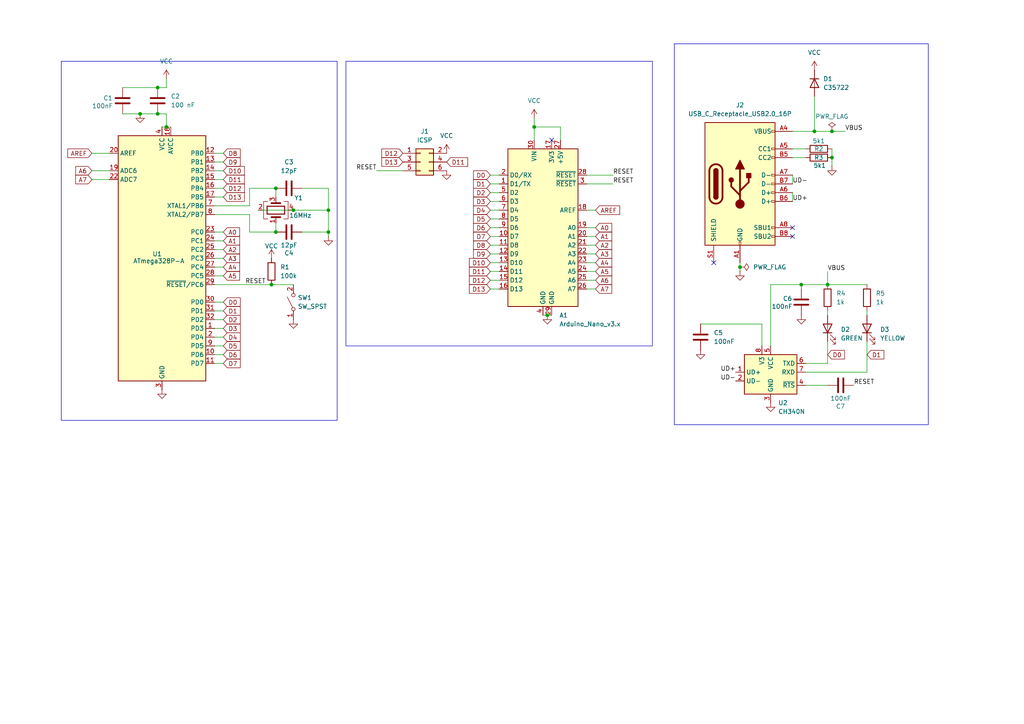
<source format=kicad_sch>
(kicad_sch (version 20231120) (generator "eeschema") (generator_version "8.0")
  (paper "A4")
  (lib_symbols
    (symbol "CH340N:CH340N"
      (property "Reference" "U3" (at 1.9559 -1.27 0))
      (property "Value" "CH340N" (at -8.89 -1.27 0))
      (symbol "CH340N_0_1"
        (rectangle (start -7.62 12.7) (end 7.62 1.27) (stroke (width 0.254)) (fill (type background)))
      )
      (symbol "CH340N_1_1"
        (pin bidirectional line (at -10.16 7.62 0) (length 2.54) (name "UD+") (number "1"))
        (pin bidirectional line (at -10.16 5.08 0) (length 2.54) (name "UD-") (number "2"))
        (pin power_in line (at 0 -1.27 90) (length 2.54) (name "GND") (number "3"))
        (pin output line (at 10.16 3.81 180) (length 2.54) (name "~{RTS}") (number "4"))
        (pin power_in line (at 0 15.24 270) (length 2.54) (name "VCC") (number "5"))
        (pin output line (at 10.16 10.16 180) (length 2.54) (name "TXD") (number "6"))
        (pin input line (at 10.16 7.62 180) (length 2.54) (name "RXD") (number "7"))
        (pin passive line (at -2.54 15.24 270) (length 2.54) (name "V3") (number "8"))
      )
    )
    (symbol "Connector:USB_C_Receptacle_USB2.0_16P" (pin_names (offset 1.016))
      (property "Reference" "J" (at 0 22.225 0))
      (property "Value" "USB_C_Receptacle_USB2.0_16P" (at 0 19.685 0))
      (symbol "USB_C_Receptacle_USB2.0_16P_0_0"
        (rectangle (start -0.254 -17.78) (end 0.254 -16.764))
        (rectangle (start 10.16 -14.986) (end 9.144 -15.494))
        (rectangle (start 10.16 -12.446) (end 9.144 -12.954))
        (rectangle (start 10.16 -4.826) (end 9.144 -5.334))
        (rectangle (start 10.16 -2.286) (end 9.144 -2.794))
        (rectangle (start 10.16 0.254) (end 9.144 -0.254))
        (rectangle (start 10.16 2.794) (end 9.144 2.286))
        (rectangle (start 10.16 7.874) (end 9.144 7.366))
        (rectangle (start 10.16 10.414) (end 9.144 9.906))
        (rectangle (start 10.16 15.494) (end 9.144 14.986))
      )
      (symbol "USB_C_Receptacle_USB2.0_16P_0_1"
        (rectangle (start -10.16 17.78) (end 10.16 -17.78) (stroke (width 0.254)) (fill (type background)))
        (arc (start -8.89 -3.81) (mid -6.985 -5.7067) (end -5.08 -3.81) (stroke (width 0.508)))
        (arc (start -7.62 -3.81) (mid -6.985 -4.4423) (end -6.35 -3.81) (stroke (width 0.254)))
        (arc (start -7.62 -3.81) (mid -6.985 -4.4423) (end -6.35 -3.81) (stroke (width 0.254)) (fill (type outline)))
        (rectangle (start -7.62 -3.81) (end -6.35 3.81) (stroke (width 0.254)) (fill (type outline)))
        (arc (start -6.35 3.81) (mid -6.985 4.4423) (end -7.62 3.81) (stroke (width 0.254)))
        (arc (start -6.35 3.81) (mid -6.985 4.4423) (end -7.62 3.81) (stroke (width 0.254)) (fill (type outline)))
        (arc (start -5.08 3.81) (mid -6.985 5.7067) (end -8.89 3.81) (stroke (width 0.508)))
        (circle (center -2.54 1.143) (radius 0.635) (stroke (width 0.254)) (fill (type outline)))
        (circle (center 0 -5.842) (radius 1.27) (fill (type outline)))
        (polyline (pts (xy -8.89 -3.81) (xy -8.89 3.81)) (stroke (width 0.508)))
        (polyline (pts (xy -5.08 3.81) (xy -5.08 -3.81)) (stroke (width 0.508)))
        (polyline (pts (xy 0 -5.842) (xy 0 4.318)) (stroke (width 0.508)))
        (polyline (pts (xy 0 -3.302) (xy -2.54 -0.762) (xy -2.54 0.508)) (stroke (width 0.508)))
        (polyline (pts (xy 0 -2.032) (xy 2.54 0.508) (xy 2.54 1.778)) (stroke (width 0.508)))
        (polyline (pts (xy -1.27 4.318) (xy 0 6.858) (xy 1.27 4.318) (xy -1.27 4.318)) (stroke (width 0.254)) (fill (type outline)))
        (rectangle (start 1.905 1.778) (end 3.175 3.048) (stroke (width 0.254)) (fill (type outline)))
      )
      (symbol "USB_C_Receptacle_USB2.0_16P_1_1"
        (pin passive line (at 0 -22.86 90) (length 5.08) (name "GND") (number "A1"))
        (pin passive line (at 0 -22.86 90) (length 5.08) hide (name "GND") (number "A12"))
        (pin passive line (at 15.24 15.24 180) (length 5.08) (name "VBUS") (number "A4"))
        (pin bidirectional line (at 15.24 10.16 180) (length 5.08) (name "CC1") (number "A5"))
        (pin bidirectional line (at 15.24 -2.54 180) (length 5.08) (name "D+") (number "A6"))
        (pin bidirectional line (at 15.24 2.54 180) (length 5.08) (name "D-") (number "A7"))
        (pin bidirectional line (at 15.24 -12.7 180) (length 5.08) (name "SBU1") (number "A8"))
        (pin passive line (at 15.24 15.24 180) (length 5.08) hide (name "VBUS") (number "A9"))
        (pin passive line (at 0 -22.86 90) (length 5.08) hide (name "GND") (number "B1"))
        (pin passive line (at 0 -22.86 90) (length 5.08) hide (name "GND") (number "B12"))
        (pin passive line (at 15.24 15.24 180) (length 5.08) hide (name "VBUS") (number "B4"))
        (pin bidirectional line (at 15.24 7.62 180) (length 5.08) (name "CC2") (number "B5"))
        (pin bidirectional line (at 15.24 -5.08 180) (length 5.08) (name "D+") (number "B6"))
        (pin bidirectional line (at 15.24 0 180) (length 5.08) (name "D-") (number "B7"))
        (pin bidirectional line (at 15.24 -15.24 180) (length 5.08) (name "SBU2") (number "B8"))
        (pin passive line (at 15.24 15.24 180) (length 5.08) hide (name "VBUS") (number "B9"))
        (pin passive line (at -7.62 -22.86 90) (length 5.08) (name "SHIELD") (number "S1"))
      )
    )
    (symbol "Connector_Generic:Conn_02x03_Odd_Even" (pin_names (offset 1.016) hide)
      (property "Reference" "J" (at 1.27 5.08 0))
      (property "Value" "Conn_02x03_Odd_Even" (at 1.27 -5.08 0))
      (symbol "Conn_02x03_Odd_Even_1_1"
        (rectangle (start -1.27 -2.413) (end 0 -2.667) (stroke (width 0.1524)))
        (rectangle (start -1.27 0.127) (end 0 -0.127) (stroke (width 0.1524)))
        (rectangle (start -1.27 2.667) (end 0 2.413) (stroke (width 0.1524)))
        (rectangle (start -1.27 3.81) (end 3.81 -3.81) (stroke (width 0.254)) (fill (type background)))
        (rectangle (start 3.81 -2.413) (end 2.54 -2.667) (stroke (width 0.1524)))
        (rectangle (start 3.81 0.127) (end 2.54 -0.127) (stroke (width 0.1524)))
        (rectangle (start 3.81 2.667) (end 2.54 2.413) (stroke (width 0.1524)))
        (pin passive line (at -5.08 2.54 0) (length 3.81) (name "Pin_1") (number "1"))
        (pin passive line (at 7.62 2.54 180) (length 3.81) (name "Pin_2") (number "2"))
        (pin passive line (at -5.08 0 0) (length 3.81) (name "Pin_3") (number "3"))
        (pin passive line (at 7.62 0 180) (length 3.81) (name "Pin_4") (number "4"))
        (pin passive line (at -5.08 -2.54 0) (length 3.81) (name "Pin_5") (number "5"))
        (pin passive line (at 7.62 -2.54 180) (length 3.81) (name "Pin_6") (number "6"))
      )
    )
    (symbol "Device:C" (pin_numbers hide) (pin_names (offset 0.254))
      (property "Reference" "C" (at 0.635 2.54 0))
      (property "Value" "C" (at 0.635 -2.54 0))
      (symbol "C_0_1"
        (polyline (pts (xy -2.032 -0.762) (xy 2.032 -0.762)) (stroke (width 0.508)))
        (polyline (pts (xy -2.032 0.762) (xy 2.032 0.762)) (stroke (width 0.508)))
      )
      (symbol "C_1_1"
        (pin passive line (at 0 3.81 270) (length 2.794) (name "~") (number "1"))
        (pin passive line (at 0 -3.81 90) (length 2.794) (name "~") (number "2"))
      )
    )
    (symbol "Device:Crystal_GND24" (pin_names (offset 1.016) hide)
      (property "Reference" "Y" (at 3.175 5.08 0))
      (property "Value" "Crystal_GND24" (at 3.175 3.175 0))
      (symbol "Crystal_GND24_0_1"
        (rectangle (start -1.143 2.54) (end 1.143 -2.54) (stroke (width 0.3048)))
        (polyline (pts (xy -2.54 0) (xy -2.032 0)))
        (polyline (pts (xy -2.032 -1.27) (xy -2.032 1.27)) (stroke (width 0.508)))
        (polyline (pts (xy 0 -3.81) (xy 0 -3.556)))
        (polyline (pts (xy 0 3.556) (xy 0 3.81)))
        (polyline (pts (xy 2.032 -1.27) (xy 2.032 1.27)) (stroke (width 0.508)))
        (polyline (pts (xy 2.032 0) (xy 2.54 0)))
        (polyline (pts (xy -2.54 -2.286) (xy -2.54 -3.556) (xy 2.54 -3.556) (xy 2.54 -2.286)))
        (polyline (pts (xy -2.54 2.286) (xy -2.54 3.556) (xy 2.54 3.556) (xy 2.54 2.286)))
      )
      (symbol "Crystal_GND24_1_1"
        (pin passive line (at -3.81 0 0) (length 1.27) (name "1") (number "1"))
        (pin passive line (at 0 5.08 270) (length 1.27) (name "2") (number "2"))
        (pin passive line (at 3.81 0 180) (length 1.27) (name "3") (number "3"))
        (pin passive line (at 0 -5.08 90) (length 1.27) (name "4") (number "4"))
      )
    )
    (symbol "Device:D" (pin_numbers hide) (pin_names (offset 1.016) hide)
      (property "Reference" "D" (at 0 2.54 0))
      (property "Value" "D" (at 0 -2.54 0))
      (symbol "D_0_1"
        (polyline (pts (xy -1.27 1.27) (xy -1.27 -1.27)) (stroke (width 0.254)))
        (polyline (pts (xy 1.27 0) (xy -1.27 0)))
        (polyline (pts (xy 1.27 1.27) (xy 1.27 -1.27) (xy -1.27 0) (xy 1.27 1.27)) (stroke (width 0.254)))
      )
      (symbol "D_1_1"
        (pin passive line (at -3.81 0 0) (length 2.54) (name "K") (number "1"))
        (pin passive line (at 3.81 0 180) (length 2.54) (name "A") (number "2"))
      )
    )
    (symbol "Device:LED" (pin_numbers hide) (pin_names (offset 1.016) hide)
      (property "Reference" "D" (at 0 2.54 0))
      (property "Value" "LED" (at 0 -2.54 0))
      (symbol "LED_0_1"
        (polyline (pts (xy -1.27 -1.27) (xy -1.27 1.27)) (stroke (width 0.254)))
        (polyline (pts (xy -1.27 0) (xy 1.27 0)))
        (polyline (pts (xy 1.27 -1.27) (xy 1.27 1.27) (xy -1.27 0) (xy 1.27 -1.27)) (stroke (width 0.254)))
        (polyline (pts (xy -3.048 -0.762) (xy -4.572 -2.286) (xy -3.81 -2.286) (xy -4.572 -2.286) (xy -4.572 -1.524)))
        (polyline (pts (xy -1.778 -0.762) (xy -3.302 -2.286) (xy -2.54 -2.286) (xy -3.302 -2.286) (xy -3.302 -1.524)))
      )
      (symbol "LED_1_1"
        (pin passive line (at -3.81 0 0) (length 2.54) (name "K") (number "1"))
        (pin passive line (at 3.81 0 180) (length 2.54) (name "A") (number "2"))
      )
    )
    (symbol "Device:R" (pin_numbers hide) (pin_names (offset 0))
      (property "Reference" "R" (at 2.032 0 90))
      (property "Value" "R" (at 0 0 90))
      (symbol "R_0_1"
        (rectangle (start -1.016 -2.54) (end 1.016 2.54) (stroke (width 0.254)))
      )
      (symbol "R_1_1"
        (pin passive line (at 0 3.81 270) (length 1.27) (name "~") (number "1"))
        (pin passive line (at 0 -3.81 90) (length 1.27) (name "~") (number "2"))
      )
    )
    (symbol "MCU_Microchip_ATmega:ATmega328P-A"
      (property "Reference" "U" (at -12.7 36.83 0))
      (property "Value" "ATmega328P-A" (at 2.54 -36.83 0))
      (symbol "ATmega328P-A_0_1"
        (rectangle (start -12.7 -35.56) (end 12.7 35.56) (stroke (width 0.254)) (fill (type background)))
      )
      (symbol "ATmega328P-A_1_1"
        (pin bidirectional line (at 15.24 -20.32 180) (length 2.54) (name "PD3") (number "1"))
        (pin bidirectional line (at 15.24 -27.94 180) (length 2.54) (name "PD6") (number "10"))
        (pin bidirectional line (at 15.24 -30.48 180) (length 2.54) (name "PD7") (number "11"))
        (pin bidirectional line (at 15.24 30.48 180) (length 2.54) (name "PB0") (number "12"))
        (pin bidirectional line (at 15.24 27.94 180) (length 2.54) (name "PB1") (number "13"))
        (pin bidirectional line (at 15.24 25.4 180) (length 2.54) (name "PB2") (number "14"))
        (pin bidirectional line (at 15.24 22.86 180) (length 2.54) (name "PB3") (number "15"))
        (pin bidirectional line (at 15.24 20.32 180) (length 2.54) (name "PB4") (number "16"))
        (pin bidirectional line (at 15.24 17.78 180) (length 2.54) (name "PB5") (number "17"))
        (pin power_in line (at 2.54 38.1 270) (length 2.54) (name "AVCC") (number "18"))
        (pin input line (at -15.24 25.4 0) (length 2.54) (name "ADC6") (number "19"))
        (pin bidirectional line (at 15.24 -22.86 180) (length 2.54) (name "PD4") (number "2"))
        (pin passive line (at -15.24 30.48 0) (length 2.54) (name "AREF") (number "20"))
        (pin passive line (at 0 -38.1 90) (length 2.54) hide (name "GND") (number "21"))
        (pin input line (at -15.24 22.86 0) (length 2.54) (name "ADC7") (number "22"))
        (pin bidirectional line (at 15.24 7.62 180) (length 2.54) (name "PC0") (number "23"))
        (pin bidirectional line (at 15.24 5.08 180) (length 2.54) (name "PC1") (number "24"))
        (pin bidirectional line (at 15.24 2.54 180) (length 2.54) (name "PC2") (number "25"))
        (pin bidirectional line (at 15.24 0 180) (length 2.54) (name "PC3") (number "26"))
        (pin bidirectional line (at 15.24 -2.54 180) (length 2.54) (name "PC4") (number "27"))
        (pin bidirectional line (at 15.24 -5.08 180) (length 2.54) (name "PC5") (number "28"))
        (pin bidirectional line (at 15.24 -7.62 180) (length 2.54) (name "~{RESET}/PC6") (number "29"))
        (pin power_in line (at 0 -38.1 90) (length 2.54) (name "GND") (number "3"))
        (pin bidirectional line (at 15.24 -12.7 180) (length 2.54) (name "PD0") (number "30"))
        (pin bidirectional line (at 15.24 -15.24 180) (length 2.54) (name "PD1") (number "31"))
        (pin bidirectional line (at 15.24 -17.78 180) (length 2.54) (name "PD2") (number "32"))
        (pin power_in line (at 0 38.1 270) (length 2.54) (name "VCC") (number "4"))
        (pin passive line (at 0 -38.1 90) (length 2.54) hide (name "GND") (number "5"))
        (pin passive line (at 0 38.1 270) (length 2.54) hide (name "VCC") (number "6"))
        (pin bidirectional line (at 15.24 15.24 180) (length 2.54) (name "XTAL1/PB6") (number "7"))
        (pin bidirectional line (at 15.24 12.7 180) (length 2.54) (name "XTAL2/PB7") (number "8"))
        (pin bidirectional line (at 15.24 -25.4 180) (length 2.54) (name "PD5") (number "9"))
      )
    )
    (symbol "MCU_Module:Arduino_Nano_v3.x"
      (property "Reference" "A" (at -10.16 23.495 0))
      (property "Value" "Arduino_Nano_v3.x" (at 5.08 -24.13 0))
      (symbol "Arduino_Nano_v3.x_0_1"
        (rectangle (start -10.16 22.86) (end 10.16 -22.86) (stroke (width 0.254)) (fill (type background)))
      )
      (symbol "Arduino_Nano_v3.x_1_1"
        (pin bidirectional line (at -12.7 12.7 0) (length 2.54) (name "D1/TX") (number "1"))
        (pin bidirectional line (at -12.7 -2.54 0) (length 2.54) (name "D7") (number "10"))
        (pin bidirectional line (at -12.7 -5.08 0) (length 2.54) (name "D8") (number "11"))
        (pin bidirectional line (at -12.7 -7.62 0) (length 2.54) (name "D9") (number "12"))
        (pin bidirectional line (at -12.7 -10.16 0) (length 2.54) (name "D10") (number "13"))
        (pin bidirectional line (at -12.7 -12.7 0) (length 2.54) (name "D11") (number "14"))
        (pin bidirectional line (at -12.7 -15.24 0) (length 2.54) (name "D12") (number "15"))
        (pin bidirectional line (at -12.7 -17.78 0) (length 2.54) (name "D13") (number "16"))
        (pin power_out line (at 2.54 25.4 270) (length 2.54) (name "3V3") (number "17"))
        (pin input line (at 12.7 5.08 180) (length 2.54) (name "AREF") (number "18"))
        (pin bidirectional line (at 12.7 0 180) (length 2.54) (name "A0") (number "19"))
        (pin bidirectional line (at -12.7 15.24 0) (length 2.54) (name "D0/RX") (number "2"))
        (pin bidirectional line (at 12.7 -2.54 180) (length 2.54) (name "A1") (number "20"))
        (pin bidirectional line (at 12.7 -5.08 180) (length 2.54) (name "A2") (number "21"))
        (pin bidirectional line (at 12.7 -7.62 180) (length 2.54) (name "A3") (number "22"))
        (pin bidirectional line (at 12.7 -10.16 180) (length 2.54) (name "A4") (number "23"))
        (pin bidirectional line (at 12.7 -12.7 180) (length 2.54) (name "A5") (number "24"))
        (pin bidirectional line (at 12.7 -15.24 180) (length 2.54) (name "A6") (number "25"))
        (pin bidirectional line (at 12.7 -17.78 180) (length 2.54) (name "A7") (number "26"))
        (pin power_out line (at 5.08 25.4 270) (length 2.54) (name "+5V") (number "27"))
        (pin input line (at 12.7 15.24 180) (length 2.54) (name "~{RESET}") (number "28"))
        (pin power_in line (at 2.54 -25.4 90) (length 2.54) (name "GND") (number "29"))
        (pin input line (at 12.7 12.7 180) (length 2.54) (name "~{RESET}") (number "3"))
        (pin power_in line (at -2.54 25.4 270) (length 2.54) (name "VIN") (number "30"))
        (pin power_in line (at 0 -25.4 90) (length 2.54) (name "GND") (number "4"))
        (pin bidirectional line (at -12.7 10.16 0) (length 2.54) (name "D2") (number "5"))
        (pin bidirectional line (at -12.7 7.62 0) (length 2.54) (name "D3") (number "6"))
        (pin bidirectional line (at -12.7 5.08 0) (length 2.54) (name "D4") (number "7"))
        (pin bidirectional line (at -12.7 2.54 0) (length 2.54) (name "D5") (number "8"))
        (pin bidirectional line (at -12.7 0 0) (length 2.54) (name "D6") (number "9"))
      )
    )
    (symbol "Switch:SW_SPST" (pin_names (offset 0) hide)
      (property "Reference" "SW" (at 0 3.175 0))
      (property "Value" "SW_SPST" (at 0 -2.54 0))
      (symbol "SW_SPST_0_0"
        (circle (center -2.032 0) (radius 0.508))
        (polyline (pts (xy -1.524 0.254) (xy 1.524 1.778)))
        (circle (center 2.032 0) (radius 0.508))
      )
      (symbol "SW_SPST_1_1"
        (pin passive line (at -5.08 0 0) (length 2.54) (name "A") (number "1"))
        (pin passive line (at 5.08 0 180) (length 2.54) (name "B") (number "2"))
      )
    )
    (symbol "power:GND" (power) (pin_numbers hide) (pin_names (offset 0) hide)
      (property "Value" "GND" (at 0 -3.81 0))
      (symbol "GND_0_1"
        (polyline (pts (xy 0 0) (xy 0 -1.27) (xy 1.27 -1.27) (xy 0 -2.54) (xy -1.27 -1.27) (xy 0 -1.27)))
      )
      (symbol "GND_1_1"
        (pin power_in line (at 0 0 270) (length 0) (name "~") (number "1"))
      )
    )
    (symbol "power:PWR_FLAG" (power) (pin_numbers hide) (pin_names (offset 0) hide)
      (property "Value" "PWR_FLAG" (at 0 3.81 0))
      (symbol "PWR_FLAG_0_0"
        (pin power_out line (at 0 0 90) (length 0) (name "~") (number "1"))
      )
      (symbol "PWR_FLAG_0_1"
        (polyline (pts (xy 0 0) (xy 0 1.27) (xy -1.016 1.905) (xy 0 2.54) (xy 1.016 1.905) (xy 0 1.27)))
      )
    )
    (symbol "power:VCC" (power) (pin_numbers hide) (pin_names (offset 0) hide)
      (property "Value" "VCC" (at 0 3.556 0))
      (symbol "VCC_0_1"
        (polyline (pts (xy -0.762 1.27) (xy 0 2.54)))
        (polyline (pts (xy 0 0) (xy 0 2.54)))
        (polyline (pts (xy 0 2.54) (xy 0.762 1.27)))
      )
      (symbol "VCC_1_1"
        (pin power_in line (at 0 0 90) (length 0) (name "~") (number "1"))
      )
    )
  )
  (junction (at 240.03 82.55))
  (junction (at 85.09 60.96))
  (junction (at 45.72 25.4))
  (junction (at 78.74 82.55))
  (junction (at 214.63 77.47))
  (junction (at 80.01 67.31))
  (junction (at 241.3 45.72))
  (junction (at 232.41 82.55))
  (junction (at 80.01 54.61))
  (junction (at 45.72 33.02))
  (junction (at 154.94 36.83))
  (junction (at 48.26 36.83))
  (junction (at 95.25 67.31))
  (junction (at 241.3 38.1))
  (junction (at 40.64 33.02))
  (junction (at 95.25 60.96))
  (junction (at 158.75 91.44))
  (junction (at 236.22 38.1))
  (no_connect (at 229.87 68.58))
  (no_connect (at 160.02 40.64))
  (no_connect (at 229.87 66.04))
  (no_connect (at 207.01 76.2))
  (wire (pts (xy 144.78 68.58) (xy 142.24 68.58)))
  (wire (pts (xy 232.41 82.55) (xy 232.41 83.82)))
  (wire (pts (xy 48.26 22.86) (xy 48.26 25.4)))
  (wire (pts (xy 241.3 45.72) (xy 241.3 48.26)))
  (wire (pts (xy 154.94 36.83) (xy 154.94 40.64)))
  (wire (pts (xy 214.63 77.47) (xy 214.63 78.74)))
  (wire (pts (xy 26.67 44.45) (xy 31.75 44.45)))
  (wire (pts (xy 72.39 59.69) (xy 72.39 54.61)))
  (wire (pts (xy 87.63 54.61) (xy 95.25 54.61)))
  (wire (pts (xy 172.72 81.28) (xy 170.18 81.28)))
  (wire (pts (xy 144.78 78.74) (xy 142.24 78.74)))
  (wire (pts (xy 172.72 60.96) (xy 170.18 60.96)))
  (wire (pts (xy 241.3 43.18) (xy 241.3 45.72)))
  (wire (pts (xy 62.23 69.85) (xy 64.77 69.85)))
  (wire (pts (xy 144.78 50.8) (xy 142.24 50.8)))
  (wire (pts (xy 62.23 87.63) (xy 64.77 87.63)))
  (wire (pts (xy 232.41 82.55) (xy 240.03 82.55)))
  (wire (pts (xy 170.18 73.66) (xy 172.72 73.66)))
  (wire (pts (xy 157.48 91.44) (xy 158.75 91.44)))
  (wire (pts (xy 240.03 105.41) (xy 233.68 105.41)))
  (wire (pts (xy 45.72 33.02) (xy 48.26 33.02)))
  (wire (pts (xy 240.03 78.74) (xy 240.03 82.55)))
  (wire (pts (xy 85.09 60.96) (xy 95.25 60.96)))
  (wire (pts (xy 62.23 74.93) (xy 64.77 74.93)))
  (wire (pts (xy 236.22 38.1) (xy 241.3 38.1)))
  (wire (pts (xy 74.93 60.96) (xy 85.09 60.96)))
  (wire (pts (xy 240.03 99.06) (xy 240.03 105.41)))
  (wire (pts (xy 144.78 55.88) (xy 142.24 55.88)))
  (wire (pts (xy 87.63 67.31) (xy 95.25 67.31)))
  (wire (pts (xy 162.56 40.64) (xy 162.56 36.83)))
  (wire (pts (xy 233.68 107.95) (xy 251.46 107.95)))
  (wire (pts (xy 62.23 49.53) (xy 64.77 49.53)))
  (wire (pts (xy 144.78 63.5) (xy 142.24 63.5)))
  (wire (pts (xy 72.39 54.61) (xy 80.01 54.61)))
  (wire (pts (xy 35.56 25.4) (xy 45.72 25.4)))
  (wire (pts (xy 62.23 92.71) (xy 64.77 92.71)))
  (wire (pts (xy 78.74 82.55) (xy 85.09 82.55)))
  (wire (pts (xy 62.23 54.61) (xy 64.77 54.61)))
  (wire (pts (xy 144.78 66.04) (xy 142.24 66.04)))
  (wire (pts (xy 229.87 45.72) (xy 233.68 45.72)))
  (wire (pts (xy 26.67 49.53) (xy 31.75 49.53)))
  (wire (pts (xy 229.87 50.8) (xy 229.87 53.34)))
  (wire (pts (xy 223.52 100.33) (xy 223.52 82.55)))
  (wire (pts (xy 229.87 38.1) (xy 236.22 38.1)))
  (wire (pts (xy 40.64 33.02) (xy 45.72 33.02)))
  (wire (pts (xy 229.87 43.18) (xy 233.68 43.18)))
  (wire (pts (xy 251.46 91.44) (xy 251.46 90.17)))
  (wire (pts (xy 170.18 68.58) (xy 172.72 68.58)))
  (wire (pts (xy 240.03 91.44) (xy 240.03 90.17)))
  (wire (pts (xy 144.78 53.34) (xy 142.24 53.34)))
  (wire (pts (xy 80.01 64.77) (xy 80.01 67.31)))
  (wire (pts (xy 62.23 77.47) (xy 64.77 77.47)))
  (wire (pts (xy 154.94 34.29) (xy 154.94 36.83)))
  (wire (pts (xy 233.68 111.76) (xy 240.03 111.76)))
  (wire (pts (xy 172.72 83.82) (xy 170.18 83.82)))
  (wire (pts (xy 158.75 91.44) (xy 160.02 91.44)))
  (wire (pts (xy 62.23 67.31) (xy 64.77 67.31)))
  (wire (pts (xy 35.56 33.02) (xy 40.64 33.02)))
  (wire (pts (xy 144.78 60.96) (xy 142.24 60.96)))
  (wire (pts (xy 170.18 66.04) (xy 172.72 66.04)))
  (wire (pts (xy 109.22 49.53) (xy 116.84 49.53)))
  (wire (pts (xy 72.39 67.31) (xy 80.01 67.31)))
  (wire (pts (xy 62.23 46.99) (xy 64.77 46.99)))
  (wire (pts (xy 80.01 54.61) (xy 80.01 57.15)))
  (wire (pts (xy 62.23 82.55) (xy 78.74 82.55)))
  (wire (pts (xy 170.18 78.74) (xy 172.72 78.74)))
  (wire (pts (xy 62.23 59.69) (xy 72.39 59.69)))
  (wire (pts (xy 162.56 36.83) (xy 154.94 36.83)))
  (wire (pts (xy 48.26 25.4) (xy 45.72 25.4)))
  (wire (pts (xy 95.25 67.31) (xy 95.25 68.58)))
  (wire (pts (xy 72.39 62.23) (xy 72.39 67.31)))
  (wire (pts (xy 95.25 60.96) (xy 95.25 67.31)))
  (wire (pts (xy 62.23 105.41) (xy 64.77 105.41)))
  (wire (pts (xy 62.23 102.87) (xy 64.77 102.87)))
  (wire (pts (xy 240.03 82.55) (xy 251.46 82.55)))
  (wire (pts (xy 62.23 95.25) (xy 64.77 95.25)))
  (wire (pts (xy 62.23 100.33) (xy 64.77 100.33)))
  (wire (pts (xy 241.3 38.1) (xy 245.11 38.1)))
  (wire (pts (xy 62.23 62.23) (xy 72.39 62.23)))
  (wire (pts (xy 26.67 52.07) (xy 31.75 52.07)))
  (wire (pts (xy 170.18 71.12) (xy 172.72 71.12)))
  (wire (pts (xy 170.18 50.8) (xy 177.8 50.8)))
  (wire (pts (xy 62.23 44.45) (xy 64.77 44.45)))
  (wire (pts (xy 48.26 36.83) (xy 48.26 33.02)))
  (wire (pts (xy 220.98 100.33) (xy 220.98 93.98)))
  (wire (pts (xy 144.78 73.66) (xy 142.24 73.66)))
  (wire (pts (xy 236.22 38.1) (xy 236.22 27.94)))
  (wire (pts (xy 48.26 36.83) (xy 49.53 36.83)))
  (wire (pts (xy 229.87 55.88) (xy 229.87 58.42)))
  (wire (pts (xy 144.78 76.2) (xy 142.24 76.2)))
  (wire (pts (xy 170.18 53.34) (xy 177.8 53.34)))
  (wire (pts (xy 214.63 76.2) (xy 214.63 77.47)))
  (wire (pts (xy 144.78 83.82) (xy 142.24 83.82)))
  (wire (pts (xy 62.23 52.07) (xy 64.77 52.07)))
  (wire (pts (xy 62.23 57.15) (xy 64.77 57.15)))
  (wire (pts (xy 46.99 36.83) (xy 48.26 36.83)))
  (wire (pts (xy 62.23 80.01) (xy 64.77 80.01)))
  (wire (pts (xy 62.23 90.17) (xy 64.77 90.17)))
  (wire (pts (xy 220.98 93.98) (xy 203.2 93.98)))
  (wire (pts (xy 170.18 76.2) (xy 172.72 76.2)))
  (wire (pts (xy 144.78 58.42) (xy 142.24 58.42)))
  (wire (pts (xy 144.78 71.12) (xy 142.24 71.12)))
  (wire (pts (xy 95.25 54.61) (xy 95.25 60.96)))
  (wire (pts (xy 223.52 82.55) (xy 232.41 82.55)))
  (wire (pts (xy 144.78 81.28) (xy 142.24 81.28)))
  (wire (pts (xy 62.23 72.39) (xy 64.77 72.39)))
  (wire (pts (xy 62.23 97.79) (xy 64.77 97.79)))
  (wire (pts (xy 251.46 99.06) (xy 251.46 107.95)))
  (rectangle (start 100.33 17.78) (end 189.23 100.33))
  (rectangle (start 17.78 17.78) (end 97.79 121.92))
  (rectangle (start 195.58 12.7) (end 269.24 123.19))
  (label "VBUS" (at 245.11 38.1 0))
  (label "UD+" (at 229.87 58.42 0))
  (label "RESET" (at 177.8 50.8 0))
  (label "VBUS" (at 240.03 78.74 0))
  (label "RESET" (at 247.65 111.76 0))
  (label "UD+" (at 213.36 107.95 180))
  (label "RESET" (at 177.8 53.34 0))
  (label "RESET" (at 71.12 82.55 0))
  (label "UD-" (at 229.87 53.34 0))
  (label "RESET" (at 109.22 49.53 180))
  (label "UD-" (at 213.36 110.49 180))
  (global_label "D7" (shape input) (at 64.77 105.41 0) (property "Intersheetrefs" "${INTERSHEET_REFS}" (effects (hide yes))))
  (global_label "A7" (shape input) (at 172.72 83.82 0) (property "Intersheetrefs" "${INTERSHEET_REFS}" (effects (hide yes))))
  (global_label "D12" (shape input) (at 64.77 54.61 0) (property "Intersheetrefs" "${INTERSHEET_REFS}" (effects (hide yes))))
  (global_label "D13" (shape input) (at 64.77 57.15 0) (property "Intersheetrefs" "${INTERSHEET_REFS}" (effects (hide yes))))
  (global_label "D10" (shape input) (at 142.24 76.2 180) (property "Intersheetrefs" "${INTERSHEET_REFS}" (effects (hide yes))))
  (global_label "A6" (shape input) (at 172.72 81.28 0) (property "Intersheetrefs" "${INTERSHEET_REFS}" (effects (hide yes))))
  (global_label "AREF" (shape input) (at 26.67 44.45 180) (property "Intersheetrefs" "${INTERSHEET_REFS}" (effects (hide yes))))
  (global_label "D3" (shape input) (at 64.77 95.25 0) (property "Intersheetrefs" "${INTERSHEET_REFS}" (effects (hide yes))))
  (global_label "A4" (shape input) (at 64.77 77.47 0) (property "Intersheetrefs" "${INTERSHEET_REFS}" (effects (hide yes))))
  (global_label "D1" (shape input) (at 64.77 90.17 0) (property "Intersheetrefs" "${INTERSHEET_REFS}" (effects (hide yes))))
  (global_label "A1" (shape input) (at 64.77 69.85 0) (property "Intersheetrefs" "${INTERSHEET_REFS}" (effects (hide yes))))
  (global_label "A0" (shape input) (at 172.72 66.04 0) (property "Intersheetrefs" "${INTERSHEET_REFS}" (effects (hide yes))))
  (global_label "D6" (shape input) (at 142.24 66.04 180) (property "Intersheetrefs" "${INTERSHEET_REFS}" (effects (hide yes))))
  (global_label "D8" (shape input) (at 64.77 44.45 0) (property "Intersheetrefs" "${INTERSHEET_REFS}" (effects (hide yes))))
  (global_label "D11" (shape input) (at 142.24 78.74 180) (property "Intersheetrefs" "${INTERSHEET_REFS}" (effects (hide yes))))
  (global_label "D10" (shape input) (at 64.77 49.53 0) (property "Intersheetrefs" "${INTERSHEET_REFS}" (effects (hide yes))))
  (global_label "D13" (shape input) (at 142.24 83.82 180) (property "Intersheetrefs" "${INTERSHEET_REFS}" (effects (hide yes))))
  (global_label "D1" (shape input) (at 142.24 53.34 180) (property "Intersheetrefs" "${INTERSHEET_REFS}" (effects (hide yes))))
  (global_label "D3" (shape input) (at 142.24 58.42 180) (property "Intersheetrefs" "${INTERSHEET_REFS}" (effects (hide yes))))
  (global_label "D5" (shape input) (at 64.77 100.33 0) (property "Intersheetrefs" "${INTERSHEET_REFS}" (effects (hide yes))))
  (global_label "D0" (shape input) (at 240.03 102.87 0) (property "Intersheetrefs" "${INTERSHEET_REFS}" (effects (hide yes))))
  (global_label "D13" (shape input) (at 116.84 46.99 180) (property "Intersheetrefs" "${INTERSHEET_REFS}" (effects (hide yes))))
  (global_label "AREF" (shape input) (at 172.72 60.96 0) (property "Intersheetrefs" "${INTERSHEET_REFS}" (effects (hide yes))))
  (global_label "D2" (shape input) (at 64.77 92.71 0) (property "Intersheetrefs" "${INTERSHEET_REFS}" (effects (hide yes))))
  (global_label "D12" (shape input) (at 116.84 44.45 180) (property "Intersheetrefs" "${INTERSHEET_REFS}" (effects (hide yes))))
  (global_label "D9" (shape input) (at 142.24 73.66 180) (property "Intersheetrefs" "${INTERSHEET_REFS}" (effects (hide yes))))
  (global_label "D11" (shape input) (at 129.54 46.99 0) (property "Intersheetrefs" "${INTERSHEET_REFS}" (effects (hide yes))))
  (global_label "A4" (shape input) (at 172.72 76.2 0) (property "Intersheetrefs" "${INTERSHEET_REFS}" (effects (hide yes))))
  (global_label "D7" (shape input) (at 142.24 68.58 180) (property "Intersheetrefs" "${INTERSHEET_REFS}" (effects (hide yes))))
  (global_label "A3" (shape input) (at 64.77 74.93 0) (property "Intersheetrefs" "${INTERSHEET_REFS}" (effects (hide yes))))
  (global_label "D6" (shape input) (at 64.77 102.87 0) (property "Intersheetrefs" "${INTERSHEET_REFS}" (effects (hide yes))))
  (global_label "A2" (shape input) (at 172.72 71.12 0) (property "Intersheetrefs" "${INTERSHEET_REFS}" (effects (hide yes))))
  (global_label "A5" (shape input) (at 64.77 80.01 0) (property "Intersheetrefs" "${INTERSHEET_REFS}" (effects (hide yes))))
  (global_label "D5" (shape input) (at 142.24 63.5 180) (property "Intersheetrefs" "${INTERSHEET_REFS}" (effects (hide yes))))
  (global_label "D12" (shape input) (at 142.24 81.28 180) (property "Intersheetrefs" "${INTERSHEET_REFS}" (effects (hide yes))))
  (global_label "D9" (shape input) (at 64.77 46.99 0) (property "Intersheetrefs" "${INTERSHEET_REFS}" (effects (hide yes))))
  (global_label "D2" (shape input) (at 142.24 55.88 180) (property "Intersheetrefs" "${INTERSHEET_REFS}" (effects (hide yes))))
  (global_label "A0" (shape input) (at 64.77 67.31 0) (property "Intersheetrefs" "${INTERSHEET_REFS}" (effects (hide yes))))
  (global_label "D11" (shape input) (at 64.77 52.07 0) (property "Intersheetrefs" "${INTERSHEET_REFS}" (effects (hide yes))))
  (global_label "A7" (shape input) (at 26.67 52.07 180) (property "Intersheetrefs" "${INTERSHEET_REFS}" (effects (hide yes))))
  (global_label "A1" (shape input) (at 172.72 68.58 0) (property "Intersheetrefs" "${INTERSHEET_REFS}" (effects (hide yes))))
  (global_label "A6" (shape input) (at 26.67 49.53 180) (property "Intersheetrefs" "${INTERSHEET_REFS}" (effects (hide yes))))
  (global_label "A2" (shape input) (at 64.77 72.39 0) (property "Intersheetrefs" "${INTERSHEET_REFS}" (effects (hide yes))))
  (global_label "D0" (shape input) (at 64.77 87.63 0) (property "Intersheetrefs" "${INTERSHEET_REFS}" (effects (hide yes))))
  (global_label "D0" (shape input) (at 142.24 50.8 180) (property "Intersheetrefs" "${INTERSHEET_REFS}" (effects (hide yes))))
  (global_label "D8" (shape input) (at 142.24 71.12 180) (property "Intersheetrefs" "${INTERSHEET_REFS}" (effects (hide yes))))
  (global_label "D4" (shape input) (at 142.24 60.96 180) (property "Intersheetrefs" "${INTERSHEET_REFS}" (effects (hide yes))))
  (global_label "A3" (shape input) (at 172.72 73.66 0) (property "Intersheetrefs" "${INTERSHEET_REFS}" (effects (hide yes))))
  (global_label "D4" (shape input) (at 64.77 97.79 0) (property "Intersheetrefs" "${INTERSHEET_REFS}" (effects (hide yes))))
  (global_label "D1" (shape input) (at 251.46 102.87 0) (property "Intersheetrefs" "${INTERSHEET_REFS}" (effects (hide yes))))
  (global_label "A5" (shape input) (at 172.72 78.74 0) (property "Intersheetrefs" "${INTERSHEET_REFS}" (effects (hide yes))))
  (symbol (lib_id "power:GND") (at 214.63 78.74 0) (unit 1)
    (property "Reference" "#PWR013" (effects (hide yes)))
    (property "Value" "GND" (effects (hide yes)))
    (property "Description" "Power symbol creates a global label with name \"GND\" , ground" (effects (hide yes)))
  )
  (symbol (lib_id "Device:C") (at 83.82 54.61 90) (unit 1)
    (property "Reference" "C3" (at 83.82 46.99 90))
    (property "Value" "12pF" (at 83.82 49.53 90))
    (property "Footprint" "Capacitor_SMD:C_0805_2012Metric_Pad1.18x1.45mm_HandSolder" (effects (hide yes)))
    (property "Description" "Unpolarized capacitor" (effects (hide yes)))
  )
  (symbol (lib_id "power:GND") (at 85.09 92.71 0) (unit 1)
    (property "Reference" "#PWR05" (effects (hide yes)))
    (property "Value" "GND" (effects (hide yes)))
    (property "Description" "Power symbol creates a global label with name \"GND\" , ground" (effects (hide yes)))
  )
  (symbol (lib_id "MCU_Module:Arduino_Nano_v3.x") (at 157.48 66.04 0) (unit 1)
    (property "Reference" "A1" (at 162.2141 91.44 0) (effects (justify left)))
    (property "Value" "Arduino_Nano_v3.x" (at 162.2141 93.98 0) (effects (justify left)))
    (property "Footprint" "Module:Arduino_Nano_WithMountingHoles" (effects (hide yes)))
    (property "Datasheet" "http://www.mouser.com/pdfdocs/Gravitech_Arduino_Nano3_0.pdf" (effects (hide yes)))
    (property "Description" "Arduino Nano v3.x" (effects (hide yes)))
  )
  (symbol (lib_id "power:GND") (at 40.64 33.02 0) (unit 1)
    (property "Reference" "#PWR01" (effects (hide yes)))
    (property "Value" "GND" (effects (hide yes)))
    (property "Description" "Power symbol creates a global label with name \"GND\" , ground" (effects (hide yes)))
  )
  (symbol (lib_id "Device:LED") (at 251.46 95.25 90) (unit 1)
    (property "Reference" "D3" (at 255.27 95.5674 90) (effects (justify right)))
    (property "Value" "YELLOW" (at 255.27 98.1074 90) (effects (justify right)))
    (property "Footprint" "LED_SMD:LED_0805_2012Metric_Pad1.15x1.40mm_HandSolder" (effects (hide yes)))
    (property "Description" "Light emitting diode" (effects (hide yes)))
    (property "Sim.Device" "D" (effects (hide yes)))
    (property "Sim.Pins" "1=K 2=A" (effects (hide yes)))
  )
  (symbol (lib_id "power:VCC") (at 129.54 44.45 0) (unit 1)
    (property "Reference" "#PWR09" (effects (hide yes)))
    (property "Value" "VCC" (at 129.54 39.37 0))
    (property "Description" "Power symbol creates a global label with name \"VCC\"" (effects (hide yes)))
  )
  (symbol (lib_id "Device:R") (at 237.49 45.72 90) (unit 1)
    (property "Reference" "R3" (at 237.49 45.72 90))
    (property "Value" "5k1" (at 237.744 48.006 90))
    (property "Footprint" "Resistor_SMD:R_0805_2012Metric_Pad1.20x1.40mm_HandSolder" (effects (hide yes)))
    (property "Description" "Resistor" (effects (hide yes)))
  )
  (symbol (lib_id "Device:C") (at 232.41 87.63 0) (unit 1)
    (property "Reference" "C6" (at 227.076 86.614 0) (effects (justify left)))
    (property "Value" "100nF" (at 223.774 88.9 0) (effects (justify left)))
    (property "Footprint" "Capacitor_SMD:C_0805_2012Metric_Pad1.18x1.45mm_HandSolder" (effects (hide yes)))
    (property "Description" "Unpolarized capacitor" (effects (hide yes)))
  )
  (symbol (lib_id "Device:R") (at 237.49 43.18 90) (unit 1)
    (property "Reference" "R2" (at 237.49 43.18 90))
    (property "Value" "5k1" (at 237.49 40.894 90))
    (property "Footprint" "Resistor_SMD:R_0805_2012Metric_Pad1.20x1.40mm_HandSolder" (effects (hide yes)))
    (property "Description" "Resistor" (effects (hide yes)))
  )
  (symbol (lib_id "Device:R") (at 251.46 86.36 0) (unit 1)
    (property "Reference" "R5" (at 254 85.0899 0) (effects (justify left)))
    (property "Value" "1k" (at 254 87.6299 0) (effects (justify left)))
    (property "Footprint" "Resistor_SMD:R_0805_2012Metric_Pad1.20x1.40mm_HandSolder" (effects (hide yes)))
    (property "Description" "Resistor" (effects (hide yes)))
  )
  (symbol (lib_id "power:VCC") (at 154.94 34.29 0) (unit 1)
    (property "Reference" "#PWR08" (effects (hide yes)))
    (property "Value" "VCC" (at 154.94 29.21 0))
    (property "Description" "Power symbol creates a global label with name \"VCC\"" (effects (hide yes)))
  )
  (symbol (lib_id "power:GND") (at 203.2 101.6 0) (unit 1)
    (property "Reference" "#PWR015" (effects (hide yes)))
    (property "Value" "GND" (effects (hide yes)))
    (property "Description" "Power symbol creates a global label with name \"GND\" , ground" (effects (hide yes)))
  )
  (symbol (lib_id "power:GND") (at 223.52 116.84 0) (unit 1)
    (property "Reference" "#PWR014" (effects (hide yes)))
    (property "Value" "GND" (effects (hide yes)))
    (property "Description" "Power symbol creates a global label with name \"GND\" , ground" (effects (hide yes)))
  )
  (symbol (lib_id "power:GND") (at 46.99 113.03 0) (unit 1)
    (property "Reference" "#PWR02" (effects (hide yes)))
    (property "Value" "GND" (effects (hide yes)))
    (property "Description" "Power symbol creates a global label with name \"GND\" , ground" (effects (hide yes)))
  )
  (symbol (lib_id "power:GND") (at 241.3 48.26 0) (unit 1)
    (property "Reference" "#PWR012" (effects (hide yes)))
    (property "Value" "GND" (effects (hide yes)))
    (property "Description" "Power symbol creates a global label with name \"GND\" , ground" (effects (hide yes)))
  )
  (symbol (lib_id "Device:R") (at 240.03 86.36 0) (unit 1)
    (property "Reference" "R4" (at 242.57 85.0899 0) (effects (justify left)))
    (property "Value" "1k" (at 242.57 87.6299 0) (effects (justify left)))
    (property "Footprint" "Resistor_SMD:R_0805_2012Metric_Pad1.20x1.40mm_HandSolder" (effects (hide yes)))
    (property "Description" "Resistor" (effects (hide yes)))
  )
  (symbol (lib_id "Device:C") (at 243.84 111.76 90) (unit 1)
    (property "Reference" "C7" (at 245.11 117.856 90) (effects (justify left)))
    (property "Value" "100nF" (at 246.888 115.57 90) (effects (justify left)))
    (property "Footprint" "Capacitor_SMD:C_0805_2012Metric_Pad1.18x1.45mm_HandSolder" (effects (hide yes)))
    (property "Description" "Unpolarized capacitor" (effects (hide yes)))
  )
  (symbol (lib_id "Device:LED") (at 240.03 95.25 90) (unit 1)
    (property "Reference" "D2" (at 243.84 95.5674 90) (effects (justify right)))
    (property "Value" "GREEN" (at 243.84 98.1074 90) (effects (justify right)))
    (property "Footprint" "LED_SMD:LED_0805_2012Metric_Pad1.15x1.40mm_HandSolder" (effects (hide yes)))
    (property "Description" "Light emitting diode" (effects (hide yes)))
  )
  (symbol (lib_id "Connector_Generic:Conn_02x03_Odd_Even") (at 121.92 46.99 0) (unit 1)
    (property "Reference" "J1" (at 123.19 38.1 0))
    (property "Value" "ICSP" (at 123.19 40.64 0))
    (property "Footprint" "Connector_PinHeader_2.54mm:PinHeader_2x03_P2.54mm_Vertical" (effects (hide yes)))
    (property "Description" "Generic connector, double row, 02x03, odd/even pin numbering scheme (row 1 odd numbers, row 2 even numbers), script generated (kicad-library-utils/schlib/autogen/connector/)" (effects (hide yes)))
  )
  (symbol (lib_id "Device:C") (at 83.82 67.31 90) (unit 1)
    (property "Reference" "C4" (at 83.82 73.406 90))
    (property "Value" "12pF" (at 83.82 71.12 90))
    (property "Footprint" "Capacitor_SMD:C_0805_2012Metric_Pad1.18x1.45mm_HandSolder" (effects (hide yes)))
    (property "Description" "Unpolarized capacitor" (effects (hide yes)))
  )
  (symbol (lib_id "power:VCC") (at 78.74 74.93 0) (unit 1)
    (property "Reference" "#PWR06" (effects (hide yes)))
    (property "Value" "VCC" (at 78.74 71.374 0))
    (property "Description" "Power symbol creates a global label with name \"VCC\"" (effects (hide yes)))
  )
  (symbol (lib_id "Device:D") (at 236.22 24.13 270) (unit 1)
    (property "Reference" "D1" (at 238.76 22.8599 90) (effects (justify left)))
    (property "Value" "C35722" (at 238.76 25.3999 90) (effects (justify left)))
    (property "Footprint" "Diode_SMD:D_SMC_Handsoldering" (effects (hide yes)))
    (property "Description" "Diode" (effects (hide yes)))
    (property "Sim.Device" "D" (effects (hide yes)))
    (property "Sim.Pins" "1=K 2=A" (effects (hide yes)))
  )
  (symbol (lib_id "Device:Crystal_GND24") (at 80.01 60.96 90) (unit 1)
    (property "Reference" "Y1" (at 86.614 57.404 90))
    (property "Value" "16MHz" (at 87.122 62.484 90))
    (property "Footprint" "Crystal:Crystal_SMD_3225-4Pin_3.2x2.5mm_HandSoldering" (effects (hide yes)))
    (property "Description" "Four pin crystal, GND on pins 2 and 4" (effects (hide yes)))
  )
  (symbol (lib_id "Device:C") (at 45.72 29.21 180) (unit 1)
    (property "Reference" "C2" (at 49.53 27.9399 0) (effects (justify right)))
    (property "Value" "100 nF" (at 49.53 30.4799 0) (effects (justify right)))
    (property "Footprint" "Capacitor_SMD:C_0805_2012Metric_Pad1.18x1.45mm_HandSolder" (effects (hide yes)))
    (property "Description" "Unpolarized capacitor" (effects (hide yes)))
  )
  (symbol (lib_id "Connector:USB_C_Receptacle_USB2.0_16P") (at 214.63 53.34 0) (unit 1)
    (property "Reference" "J2" (at 214.63 30.48 0))
    (property "Value" "USB_C_Receptacle_USB2.0_16P" (at 214.63 33.02 0))
    (property "Footprint" "Connector_USB:USB_C_Receptacle_HRO_TYPE-C-31-M-12" (effects (hide yes)))
    (property "Datasheet" "https://www.usb.org/sites/default/files/documents/usb_type-c.zip" (effects (hide yes)))
    (property "Description" "USB 2.0-only 16P Type-C Receptacle connector" (effects (hide yes)))
  )
  (symbol (lib_id "Device:C") (at 35.56 29.21 180) (unit 1)
    (property "Reference" "C1" (at 29.972 28.448 0) (effects (justify right)))
    (property "Value" "100nF" (at 26.67 30.734 0) (effects (justify right)))
    (property "Footprint" "Capacitor_SMD:C_0805_2012Metric_Pad1.18x1.45mm_HandSolder" (effects (hide yes)))
    (property "Description" "Unpolarized capacitor" (effects (hide yes)))
  )
  (symbol (lib_id "power:PWR_FLAG") (at 214.63 77.47 270) (unit 1)
    (property "Reference" "#FLG01" (effects (hide yes)))
    (property "Value" "PWR_FLAG" (at 218.44 77.4699 90) (effects (justify left)))
    (property "Description" "Special symbol for telling ERC where power comes from" (effects (hide yes)))
  )
  (symbol (lib_id "Device:C") (at 203.2 97.79 0) (unit 1)
    (property "Reference" "C5" (at 207.01 96.5199 0) (effects (justify left)))
    (property "Value" "100nF" (at 207.01 99.0599 0) (effects (justify left)))
    (property "Footprint" "Capacitor_SMD:C_0805_2012Metric_Pad1.18x1.45mm_HandSolder" (effects (hide yes)))
    (property "Description" "Unpolarized capacitor" (effects (hide yes)))
  )
  (symbol (lib_id "power:GND") (at 129.54 49.53 0) (unit 1)
    (property "Reference" "#PWR010" (effects (hide yes)))
    (property "Value" "GND" (effects (hide yes)))
    (property "Description" "Power symbol creates a global label with name \"GND\" , ground" (effects (hide yes)))
  )
  (symbol (lib_id "power:GND") (at 158.75 91.44 0) (unit 1)
    (property "Reference" "#PWR07" (effects (hide yes)))
    (property "Value" "GND" (effects (hide yes)))
    (property "Description" "Power symbol creates a global label with name \"GND\" , ground" (effects (hide yes)))
  )
  (symbol (lib_id "Switch:SW_SPST") (at 85.09 87.63 90) (unit 1)
    (property "Reference" "SW1" (at 86.36 86.3599 90) (effects (justify right)))
    (property "Value" "SW_SPST" (at 86.36 88.8999 90) (effects (justify right)))
    (property "Footprint" "Button_Switch_SMD:SW_DIP_SPSTx04_Slide_Omron_A6H-4101_W6.15mm_P1.27mm" (effects (hide yes)))
    (property "Description" "Single Pole Single Throw (SPST) switch" (effects (hide yes)))
  )
  (symbol (lib_id "MCU_Microchip_ATmega:ATmega328P-A") (at 46.99 74.93 0) (unit 1)
    (property "Reference" "U1" (at 44.196 73.66 0) (effects (justify left)))
    (property "Value" "ATmega328P-A" (at 38.608 75.692 0) (effects (justify left)))
    (property "Footprint" "Package_QFP:TQFP-32_7x7mm_P0.8mm" (effects (hide yes)))
    (property "Datasheet" "http://ww1.microchip.com/downloads/en/DeviceDoc/ATmega328_P%20AVR%20MCU%20with%20picoPower%20Technology%20Data%20Sheet%2040001984A.pdf" (effects (hide yes)))
    (property "Description" "20MHz, 32kB Flash, 2kB SRAM, 1kB EEPROM, TQFP-32" (effects (hide yes)))
  )
  (symbol (lib_id "power:PWR_FLAG") (at 241.3 38.1 0) (unit 1)
    (property "Reference" "#FLG02" (effects (hide yes)))
    (property "Value" "PWR_FLAG" (at 241.3 33.782 0))
    (property "Description" "Special symbol for telling ERC where power comes from" (effects (hide yes)))
  )
  (symbol (lib_id "power:VCC") (at 48.26 22.86 0) (unit 1)
    (property "Reference" "#PWR03" (effects (hide yes)))
    (property "Value" "VCC" (at 48.26 17.78 0))
    (property "Description" "Power symbol creates a global label with name \"VCC\"" (effects (hide yes)))
  )
  (symbol (lib_id "power:GND") (at 95.25 68.58 0) (unit 1)
    (property "Reference" "#PWR04" (effects (hide yes)))
    (property "Value" "GND" (effects (hide yes)))
    (property "Description" "Power symbol creates a global label with name \"GND\" , ground" (effects (hide yes)))
  )
  (symbol (lib_id "power:VCC") (at 236.22 20.32 0) (unit 1)
    (property "Reference" "#PWR011" (effects (hide yes)))
    (property "Value" "VCC" (at 236.22 15.24 0))
    (property "Description" "Power symbol creates a global label with name \"VCC\"" (effects (hide yes)))
  )
  (symbol (lib_id "Device:R") (at 78.74 78.74 0) (unit 1)
    (property "Reference" "R1" (at 81.28 77.4699 0) (effects (justify left)))
    (property "Value" "100k" (at 81.28 80.0099 0) (effects (justify left)))
    (property "Footprint" "Resistor_SMD:R_0805_2012Metric_Pad1.20x1.40mm_HandSolder" (effects (hide yes)))
    (property "Description" "Resistor" (effects (hide yes)))
  )
  (symbol (lib_id "CH340N:CH340N") (at 223.52 115.57 0) (unit 1)
    (property "Reference" "U2" (at 225.7141 116.84 0) (effects (justify left)))
    (property "Value" "CH340N" (at 225.7141 119.38 0) (effects (justify left)))
    (property "Footprint" "Package_SO:SOP-8_3.9x4.9mm_P1.27mm" (effects (hide yes)))
    (property "Datasheet" "https://datasheet.lcsc.com/szlcsc/Jiangsu-Qin-Heng-CH340C_C84681.pdf" (effects (hide yes)))
    (property "Description" "USB serial converter, UART, SOP-8" (effects (hide yes)))
    (property "LCSC" "C2977777" (effects (hide yes)))
  )
  (symbol (lib_id "power:GND") (at 232.41 91.44 0) (unit 1)
    (property "Reference" "#PWR016" (effects (hide yes)))
    (property "Value" "GND" (effects (hide yes)))
    (property "Description" "Power symbol creates a global label with name \"GND\" , ground" (effects (hide yes)))
  )
)
</source>
